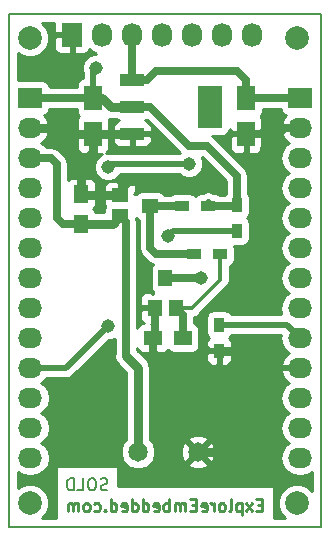
<source format=gbr>
G04 #@! TF.FileFunction,Copper,L2,Bot,Signal*
%FSLAX46Y46*%
G04 Gerber Fmt 4.6, Leading zero omitted, Abs format (unit mm)*
G04 Created by KiCad (PCBNEW (2015-01-16 BZR 5376)-product) date 7/15/2015 11:03:25 AM*
%MOMM*%
G01*
G04 APERTURE LIST*
%ADD10C,0.100000*%
%ADD11C,0.254000*%
%ADD12C,0.200000*%
%ADD13C,2.000000*%
%ADD14R,1.250000X1.500000*%
%ADD15R,1.500000X1.250000*%
%ADD16R,1.501140X2.148840*%
%ADD17R,2.032000X1.727200*%
%ADD18O,2.032000X1.727200*%
%ADD19R,1.422400X1.168400*%
%ADD20R,1.168400X1.422400*%
%ADD21R,1.200000X0.900000*%
%ADD22R,0.900000X1.200000*%
%ADD23C,1.651000*%
%ADD24R,2.032000X3.657600*%
%ADD25R,2.032000X1.016000*%
%ADD26R,1.727200X2.032000*%
%ADD27O,1.727200X2.032000*%
%ADD28C,1.143000*%
%ADD29C,0.762000*%
%ADD30C,0.350000*%
%ADD31C,0.635000*%
%ADD32C,0.508000*%
%ADD33C,0.381000*%
G04 APERTURE END LIST*
D10*
D11*
X133954761Y-82731429D02*
X133616095Y-82731429D01*
X133470952Y-83263619D02*
X133954761Y-83263619D01*
X133954761Y-82247619D01*
X133470952Y-82247619D01*
X133132285Y-83263619D02*
X132600095Y-82586286D01*
X133132285Y-82586286D02*
X132600095Y-83263619D01*
X132213047Y-82586286D02*
X132213047Y-83602286D01*
X132213047Y-82634667D02*
X132116285Y-82586286D01*
X131922762Y-82586286D01*
X131826000Y-82634667D01*
X131777619Y-82683048D01*
X131729238Y-82779810D01*
X131729238Y-83070095D01*
X131777619Y-83166857D01*
X131826000Y-83215238D01*
X131922762Y-83263619D01*
X132116285Y-83263619D01*
X132213047Y-83215238D01*
X131148666Y-83263619D02*
X131245428Y-83215238D01*
X131293809Y-83118476D01*
X131293809Y-82247619D01*
X130616476Y-83263619D02*
X130713238Y-83215238D01*
X130761619Y-83166857D01*
X130810000Y-83070095D01*
X130810000Y-82779810D01*
X130761619Y-82683048D01*
X130713238Y-82634667D01*
X130616476Y-82586286D01*
X130471334Y-82586286D01*
X130374572Y-82634667D01*
X130326191Y-82683048D01*
X130277810Y-82779810D01*
X130277810Y-83070095D01*
X130326191Y-83166857D01*
X130374572Y-83215238D01*
X130471334Y-83263619D01*
X130616476Y-83263619D01*
X129842381Y-83263619D02*
X129842381Y-82586286D01*
X129842381Y-82779810D02*
X129794000Y-82683048D01*
X129745619Y-82634667D01*
X129648857Y-82586286D01*
X129552096Y-82586286D01*
X128826382Y-83215238D02*
X128923144Y-83263619D01*
X129116667Y-83263619D01*
X129213429Y-83215238D01*
X129261810Y-83118476D01*
X129261810Y-82731429D01*
X129213429Y-82634667D01*
X129116667Y-82586286D01*
X128923144Y-82586286D01*
X128826382Y-82634667D01*
X128778001Y-82731429D01*
X128778001Y-82828190D01*
X129261810Y-82924952D01*
X128342572Y-82731429D02*
X128003906Y-82731429D01*
X127858763Y-83263619D02*
X128342572Y-83263619D01*
X128342572Y-82247619D01*
X127858763Y-82247619D01*
X127423334Y-83263619D02*
X127423334Y-82586286D01*
X127423334Y-82683048D02*
X127374953Y-82634667D01*
X127278191Y-82586286D01*
X127133049Y-82586286D01*
X127036287Y-82634667D01*
X126987906Y-82731429D01*
X126987906Y-83263619D01*
X126987906Y-82731429D02*
X126939525Y-82634667D01*
X126842763Y-82586286D01*
X126697620Y-82586286D01*
X126600858Y-82634667D01*
X126552477Y-82731429D01*
X126552477Y-83263619D01*
X126068667Y-83263619D02*
X126068667Y-82247619D01*
X126068667Y-82634667D02*
X125971905Y-82586286D01*
X125778382Y-82586286D01*
X125681620Y-82634667D01*
X125633239Y-82683048D01*
X125584858Y-82779810D01*
X125584858Y-83070095D01*
X125633239Y-83166857D01*
X125681620Y-83215238D01*
X125778382Y-83263619D01*
X125971905Y-83263619D01*
X126068667Y-83215238D01*
X124762382Y-83215238D02*
X124859144Y-83263619D01*
X125052667Y-83263619D01*
X125149429Y-83215238D01*
X125197810Y-83118476D01*
X125197810Y-82731429D01*
X125149429Y-82634667D01*
X125052667Y-82586286D01*
X124859144Y-82586286D01*
X124762382Y-82634667D01*
X124714001Y-82731429D01*
X124714001Y-82828190D01*
X125197810Y-82924952D01*
X123843144Y-83263619D02*
X123843144Y-82247619D01*
X123843144Y-83215238D02*
X123939906Y-83263619D01*
X124133429Y-83263619D01*
X124230191Y-83215238D01*
X124278572Y-83166857D01*
X124326953Y-83070095D01*
X124326953Y-82779810D01*
X124278572Y-82683048D01*
X124230191Y-82634667D01*
X124133429Y-82586286D01*
X123939906Y-82586286D01*
X123843144Y-82634667D01*
X122923906Y-83263619D02*
X122923906Y-82247619D01*
X122923906Y-83215238D02*
X123020668Y-83263619D01*
X123214191Y-83263619D01*
X123310953Y-83215238D01*
X123359334Y-83166857D01*
X123407715Y-83070095D01*
X123407715Y-82779810D01*
X123359334Y-82683048D01*
X123310953Y-82634667D01*
X123214191Y-82586286D01*
X123020668Y-82586286D01*
X122923906Y-82634667D01*
X122053049Y-83215238D02*
X122149811Y-83263619D01*
X122343334Y-83263619D01*
X122440096Y-83215238D01*
X122488477Y-83118476D01*
X122488477Y-82731429D01*
X122440096Y-82634667D01*
X122343334Y-82586286D01*
X122149811Y-82586286D01*
X122053049Y-82634667D01*
X122004668Y-82731429D01*
X122004668Y-82828190D01*
X122488477Y-82924952D01*
X121133811Y-83263619D02*
X121133811Y-82247619D01*
X121133811Y-83215238D02*
X121230573Y-83263619D01*
X121424096Y-83263619D01*
X121520858Y-83215238D01*
X121569239Y-83166857D01*
X121617620Y-83070095D01*
X121617620Y-82779810D01*
X121569239Y-82683048D01*
X121520858Y-82634667D01*
X121424096Y-82586286D01*
X121230573Y-82586286D01*
X121133811Y-82634667D01*
X120650001Y-83166857D02*
X120601620Y-83215238D01*
X120650001Y-83263619D01*
X120698382Y-83215238D01*
X120650001Y-83166857D01*
X120650001Y-83263619D01*
X119730763Y-83215238D02*
X119827525Y-83263619D01*
X120021048Y-83263619D01*
X120117810Y-83215238D01*
X120166191Y-83166857D01*
X120214572Y-83070095D01*
X120214572Y-82779810D01*
X120166191Y-82683048D01*
X120117810Y-82634667D01*
X120021048Y-82586286D01*
X119827525Y-82586286D01*
X119730763Y-82634667D01*
X119150191Y-83263619D02*
X119246953Y-83215238D01*
X119295334Y-83166857D01*
X119343715Y-83070095D01*
X119343715Y-82779810D01*
X119295334Y-82683048D01*
X119246953Y-82634667D01*
X119150191Y-82586286D01*
X119005049Y-82586286D01*
X118908287Y-82634667D01*
X118859906Y-82683048D01*
X118811525Y-82779810D01*
X118811525Y-83070095D01*
X118859906Y-83166857D01*
X118908287Y-83215238D01*
X119005049Y-83263619D01*
X119150191Y-83263619D01*
X118376096Y-83263619D02*
X118376096Y-82586286D01*
X118376096Y-82683048D02*
X118327715Y-82634667D01*
X118230953Y-82586286D01*
X118085811Y-82586286D01*
X117989049Y-82634667D01*
X117940668Y-82731429D01*
X117940668Y-83263619D01*
X117940668Y-82731429D02*
X117892287Y-82634667D01*
X117795525Y-82586286D01*
X117650382Y-82586286D01*
X117553620Y-82634667D01*
X117505239Y-82731429D01*
X117505239Y-83263619D01*
D12*
X138938000Y-84582000D02*
X138938000Y-81280000D01*
X112522000Y-84582000D02*
X138938000Y-84582000D01*
X112522000Y-81280000D02*
X112522000Y-84582000D01*
X120840286Y-81430762D02*
X120697429Y-81478381D01*
X120459333Y-81478381D01*
X120364095Y-81430762D01*
X120316476Y-81383143D01*
X120268857Y-81287905D01*
X120268857Y-81192667D01*
X120316476Y-81097429D01*
X120364095Y-81049810D01*
X120459333Y-81002190D01*
X120649810Y-80954571D01*
X120745048Y-80906952D01*
X120792667Y-80859333D01*
X120840286Y-80764095D01*
X120840286Y-80668857D01*
X120792667Y-80573619D01*
X120745048Y-80526000D01*
X120649810Y-80478381D01*
X120411714Y-80478381D01*
X120268857Y-80526000D01*
X119649810Y-80478381D02*
X119459333Y-80478381D01*
X119364095Y-80526000D01*
X119268857Y-80621238D01*
X119221238Y-80811714D01*
X119221238Y-81145048D01*
X119268857Y-81335524D01*
X119364095Y-81430762D01*
X119459333Y-81478381D01*
X119649810Y-81478381D01*
X119745048Y-81430762D01*
X119840286Y-81335524D01*
X119887905Y-81145048D01*
X119887905Y-80811714D01*
X119840286Y-80621238D01*
X119745048Y-80526000D01*
X119649810Y-80478381D01*
X118316476Y-81478381D02*
X118792667Y-81478381D01*
X118792667Y-80478381D01*
X117983143Y-81478381D02*
X117983143Y-80478381D01*
X117745048Y-80478381D01*
X117602190Y-80526000D01*
X117506952Y-80621238D01*
X117459333Y-80716476D01*
X117411714Y-80906952D01*
X117411714Y-81049810D01*
X117459333Y-81240286D01*
X117506952Y-81335524D01*
X117602190Y-81430762D01*
X117745048Y-81478381D01*
X117983143Y-81478381D01*
X138938000Y-41148000D02*
X112522000Y-41148000D01*
X138938000Y-81280000D02*
X138938000Y-41148000D01*
X112522000Y-41148000D02*
X112522000Y-81280000D01*
D13*
X136906000Y-43180000D03*
X114300000Y-43180000D03*
X114300000Y-82550000D03*
X136906000Y-82550000D03*
D14*
X118618000Y-58908000D03*
X118618000Y-56408000D03*
D15*
X127234000Y-68580000D03*
X124734000Y-68580000D03*
D16*
X132588000Y-51285140D03*
X132588000Y-48282860D03*
X119634000Y-51285140D03*
X119634000Y-48282860D03*
D17*
X137160000Y-48260000D03*
D18*
X137160000Y-50800000D03*
X137160000Y-53340000D03*
X137160000Y-55880000D03*
X137160000Y-58420000D03*
X137160000Y-60960000D03*
X137160000Y-63500000D03*
X137160000Y-66040000D03*
X137160000Y-68580000D03*
X137160000Y-71120000D03*
X137160000Y-73660000D03*
X137160000Y-76200000D03*
X137160000Y-78740000D03*
D17*
X114300000Y-48260000D03*
D18*
X114300000Y-50800000D03*
X114300000Y-53340000D03*
X114300000Y-55880000D03*
X114300000Y-58420000D03*
X114300000Y-60960000D03*
X114300000Y-63500000D03*
X114300000Y-66040000D03*
X114300000Y-68580000D03*
X114300000Y-71120000D03*
X114300000Y-73660000D03*
X114300000Y-76200000D03*
X114300000Y-78740000D03*
D19*
X121920000Y-56515000D03*
X121920000Y-58293000D03*
X124460000Y-57404000D03*
D20*
X124841000Y-66040000D03*
X126619000Y-66040000D03*
X125730000Y-63500000D03*
D21*
X129370000Y-57404000D03*
X127170000Y-57404000D03*
X130386000Y-61468000D03*
X128186000Y-61468000D03*
D22*
X130302000Y-69680000D03*
X130302000Y-67480000D03*
X131826000Y-57320000D03*
X131826000Y-59520000D03*
D23*
X128524000Y-78232000D03*
X123444000Y-78232000D03*
D24*
X129540000Y-49022000D03*
D25*
X122936000Y-49022000D03*
X122936000Y-46736000D03*
X122936000Y-51308000D03*
D26*
X117856000Y-42926000D03*
D27*
X120396000Y-42926000D03*
X122936000Y-42926000D03*
X125476000Y-42926000D03*
X128016000Y-42926000D03*
X130556000Y-42926000D03*
X133096000Y-42926000D03*
D28*
X134112000Y-72390000D03*
X129540000Y-54864000D03*
X120904000Y-67564000D03*
X119888000Y-45720000D03*
X125984000Y-59944000D03*
X128778000Y-63500000D03*
X120904000Y-54102000D03*
X127762000Y-53848000D03*
D29*
X122936000Y-51308000D02*
X119656860Y-51308000D01*
D30*
X119656860Y-51308000D02*
X119634000Y-51285140D01*
D29*
X116332000Y-50800000D02*
X114300000Y-50800000D01*
D30*
X116817140Y-51285140D02*
X116332000Y-50800000D01*
X130302000Y-69680000D02*
X132926000Y-69680000D01*
X121813000Y-56408000D02*
X121920000Y-56515000D01*
X118618000Y-56408000D02*
X121813000Y-56408000D01*
X124841000Y-68473000D02*
X124734000Y-68580000D01*
D31*
X124841000Y-66040000D02*
X124841000Y-68473000D01*
D30*
X129624000Y-69680000D02*
X128778000Y-68834000D01*
X128778000Y-68834000D02*
X128778000Y-66480084D01*
X128778000Y-66480084D02*
X131250084Y-64008000D01*
X131250084Y-64008000D02*
X133096000Y-64008000D01*
X133096000Y-64008000D02*
X133350000Y-63754000D01*
D32*
X130302000Y-69680000D02*
X129624000Y-69680000D01*
D33*
X121920000Y-56134000D02*
X121920000Y-56515000D01*
D31*
X129540000Y-54864000D02*
X129032000Y-55372000D01*
X129032000Y-55372000D02*
X122682000Y-55372000D01*
X122682000Y-55372000D02*
X121920000Y-56134000D01*
D29*
X116332000Y-50800000D02*
X114300000Y-50800000D01*
X116817140Y-51285140D02*
X116332000Y-50800000D01*
X119634000Y-51285140D02*
X116817140Y-51285140D01*
X118618000Y-53848000D02*
X119634000Y-52832000D01*
X119634000Y-52832000D02*
X119634000Y-51285140D01*
X118618000Y-56408000D02*
X118618000Y-53848000D01*
X118725000Y-56515000D02*
X118618000Y-56408000D01*
X121920000Y-56515000D02*
X118725000Y-56515000D01*
X132926000Y-69680000D02*
X130302000Y-69680000D01*
X134112000Y-70866000D02*
X132926000Y-69680000D01*
X134112000Y-72390000D02*
X134112000Y-70866000D01*
D31*
X124734000Y-70378000D02*
X126746000Y-72390000D01*
X126746000Y-72390000D02*
X134112000Y-72390000D01*
X124734000Y-68580000D02*
X124734000Y-70378000D01*
X134366000Y-50800000D02*
X133880860Y-51285140D01*
X133880860Y-51285140D02*
X132588000Y-51285140D01*
X137160000Y-50800000D02*
X134366000Y-50800000D01*
X135890000Y-50800000D02*
X134112000Y-52578000D01*
X134112000Y-52578000D02*
X134112000Y-62992000D01*
X134112000Y-62992000D02*
X133350000Y-63754000D01*
X137160000Y-50800000D02*
X135890000Y-50800000D01*
D29*
X132334000Y-78232000D02*
X133350000Y-77216000D01*
X134112000Y-76454000D02*
X134112000Y-72390000D01*
X133350000Y-77216000D02*
X134112000Y-76454000D01*
X128524000Y-78232000D02*
X132334000Y-78232000D01*
D30*
X130386000Y-63670000D02*
X130386000Y-61468000D01*
X128016000Y-66040000D02*
X130386000Y-63670000D01*
X126619000Y-66040000D02*
X128016000Y-66040000D01*
D31*
X127234000Y-66655000D02*
X126619000Y-66040000D01*
X127234000Y-68580000D02*
X127234000Y-66655000D01*
D30*
X132588000Y-48282860D02*
X137137140Y-48282860D01*
X137137140Y-48282860D02*
X137160000Y-48260000D01*
D31*
X122936000Y-42926000D02*
X122936000Y-46736000D01*
X124206000Y-46736000D02*
X124968000Y-45974000D01*
X124968000Y-45974000D02*
X131826000Y-45974000D01*
X131826000Y-45974000D02*
X132588000Y-46736000D01*
X132588000Y-46736000D02*
X132588000Y-48282860D01*
X122936000Y-46736000D02*
X124206000Y-46736000D01*
X132610860Y-48260000D02*
X132588000Y-48282860D01*
X137160000Y-48260000D02*
X132610860Y-48260000D01*
D30*
X114322860Y-48282860D02*
X114300000Y-48260000D01*
X114322860Y-48282860D02*
X114300000Y-48260000D01*
X131742000Y-57404000D02*
X131826000Y-57320000D01*
D31*
X129370000Y-57404000D02*
X131742000Y-57404000D01*
D33*
X124460000Y-49022000D02*
X122936000Y-49022000D01*
X129370000Y-57404000D02*
X129370000Y-56980000D01*
D31*
X124460000Y-49022000D02*
X122936000Y-49022000D01*
X131826000Y-54864000D02*
X129286000Y-52324000D01*
X129286000Y-52324000D02*
X127762000Y-52324000D01*
X127762000Y-52324000D02*
X124460000Y-49022000D01*
X131826000Y-57320000D02*
X131826000Y-54864000D01*
D29*
X120418860Y-48282860D02*
X119634000Y-48282860D01*
X121158000Y-49022000D02*
X120418860Y-48282860D01*
X122936000Y-49022000D02*
X121158000Y-49022000D01*
D32*
X117348000Y-71120000D02*
X120904000Y-67564000D01*
X119888000Y-45720000D02*
X119634000Y-45974000D01*
X119634000Y-45974000D02*
X119634000Y-48282860D01*
X114300000Y-71120000D02*
X117348000Y-71120000D01*
X114322860Y-48282860D02*
X114300000Y-48260000D01*
D31*
X114322860Y-48282860D02*
X114300000Y-48260000D01*
X119634000Y-48282860D02*
X114322860Y-48282860D01*
D32*
X130302000Y-67480000D02*
X136060000Y-67480000D01*
X136060000Y-67480000D02*
X137160000Y-68580000D01*
X126408000Y-59520000D02*
X125984000Y-59944000D01*
X131826000Y-59520000D02*
X126408000Y-59520000D01*
D31*
X125730000Y-63500000D02*
X128778000Y-63500000D01*
X124968000Y-61468000D02*
X124460000Y-60960000D01*
X124460000Y-60960000D02*
X124460000Y-57404000D01*
X128186000Y-61468000D02*
X124968000Y-61468000D01*
X125476000Y-57404000D02*
X124460000Y-57404000D01*
X127170000Y-57404000D02*
X125476000Y-57404000D01*
X116078000Y-53340000D02*
X114300000Y-53340000D01*
X116586000Y-53848000D02*
X116078000Y-53340000D01*
X116586000Y-58420000D02*
X116586000Y-53848000D01*
X117074000Y-58908000D02*
X116586000Y-58420000D01*
X118618000Y-58908000D02*
X117074000Y-58908000D01*
D29*
X121305000Y-58908000D02*
X121920000Y-58293000D01*
X118618000Y-58908000D02*
X121305000Y-58908000D01*
X122174000Y-58547000D02*
X121920000Y-58293000D01*
D31*
X122428000Y-58801000D02*
X121920000Y-58293000D01*
X123444000Y-71120000D02*
X122428000Y-70104000D01*
X122428000Y-70104000D02*
X122428000Y-58801000D01*
D32*
X121158000Y-53848000D02*
X120904000Y-54102000D01*
X127762000Y-53848000D02*
X121158000Y-53848000D01*
D29*
X123444000Y-71120000D02*
X122428000Y-70104000D01*
X123444000Y-78232000D02*
X123444000Y-71120000D01*
D11*
G36*
X119914267Y-44513522D02*
X119649065Y-44513291D01*
X119205465Y-44696582D01*
X118865775Y-45035680D01*
X118681710Y-45478959D01*
X118681291Y-45958935D01*
X118745000Y-46113123D01*
X118745000Y-46587858D01*
X118641307Y-46607977D01*
X118428503Y-46747767D01*
X118286053Y-46958800D01*
X118235990Y-47208440D01*
X118235990Y-47330360D01*
X117729000Y-47330360D01*
X117729000Y-44418250D01*
X117729000Y-43053000D01*
X116516150Y-43053000D01*
X116357400Y-43211750D01*
X116357400Y-44068309D01*
X116454073Y-44301698D01*
X116632701Y-44480327D01*
X116866090Y-44577000D01*
X117118709Y-44577000D01*
X117570250Y-44577000D01*
X117729000Y-44418250D01*
X117729000Y-47330360D01*
X115950626Y-47330360D01*
X115916463Y-47154277D01*
X115776673Y-46941473D01*
X115565640Y-46799023D01*
X115316000Y-46748960D01*
X113284000Y-46748960D01*
X113257000Y-46754198D01*
X113257000Y-44449438D01*
X113372637Y-44565278D01*
X113973352Y-44814716D01*
X114623795Y-44815284D01*
X115224943Y-44566894D01*
X115685278Y-44107363D01*
X115934716Y-43506648D01*
X115935284Y-42856205D01*
X115686894Y-42255057D01*
X115315486Y-41883000D01*
X116357400Y-41883000D01*
X116357400Y-42640250D01*
X116516150Y-42799000D01*
X117729000Y-42799000D01*
X117729000Y-42779000D01*
X117983000Y-42779000D01*
X117983000Y-42799000D01*
X118003000Y-42799000D01*
X118003000Y-43053000D01*
X117983000Y-43053000D01*
X117983000Y-44418250D01*
X118141750Y-44577000D01*
X118593291Y-44577000D01*
X118845910Y-44577000D01*
X119079299Y-44480327D01*
X119257927Y-44301698D01*
X119321499Y-44148219D01*
X119336330Y-44170415D01*
X119822511Y-44495271D01*
X119914267Y-44513522D01*
X119914267Y-44513522D01*
G37*
X119914267Y-44513522D02*
X119649065Y-44513291D01*
X119205465Y-44696582D01*
X118865775Y-45035680D01*
X118681710Y-45478959D01*
X118681291Y-45958935D01*
X118745000Y-46113123D01*
X118745000Y-46587858D01*
X118641307Y-46607977D01*
X118428503Y-46747767D01*
X118286053Y-46958800D01*
X118235990Y-47208440D01*
X118235990Y-47330360D01*
X117729000Y-47330360D01*
X117729000Y-44418250D01*
X117729000Y-43053000D01*
X116516150Y-43053000D01*
X116357400Y-43211750D01*
X116357400Y-44068309D01*
X116454073Y-44301698D01*
X116632701Y-44480327D01*
X116866090Y-44577000D01*
X117118709Y-44577000D01*
X117570250Y-44577000D01*
X117729000Y-44418250D01*
X117729000Y-47330360D01*
X115950626Y-47330360D01*
X115916463Y-47154277D01*
X115776673Y-46941473D01*
X115565640Y-46799023D01*
X115316000Y-46748960D01*
X113284000Y-46748960D01*
X113257000Y-46754198D01*
X113257000Y-44449438D01*
X113372637Y-44565278D01*
X113973352Y-44814716D01*
X114623795Y-44815284D01*
X115224943Y-44566894D01*
X115685278Y-44107363D01*
X115934716Y-43506648D01*
X115935284Y-42856205D01*
X115686894Y-42255057D01*
X115315486Y-41883000D01*
X116357400Y-41883000D01*
X116357400Y-42640250D01*
X116516150Y-42799000D01*
X117729000Y-42799000D01*
X117729000Y-42779000D01*
X117983000Y-42779000D01*
X117983000Y-42799000D01*
X118003000Y-42799000D01*
X118003000Y-43053000D01*
X117983000Y-43053000D01*
X117983000Y-44418250D01*
X118141750Y-44577000D01*
X118593291Y-44577000D01*
X118845910Y-44577000D01*
X119079299Y-44480327D01*
X119257927Y-44301698D01*
X119321499Y-44148219D01*
X119336330Y-44170415D01*
X119822511Y-44495271D01*
X119914267Y-44513522D01*
G36*
X130873500Y-56329804D02*
X130791353Y-56451500D01*
X130360195Y-56451500D01*
X130219640Y-56356623D01*
X129970000Y-56306560D01*
X129819436Y-56306560D01*
X129685905Y-56217337D01*
X129370000Y-56154500D01*
X129054095Y-56217337D01*
X128920563Y-56306560D01*
X128770000Y-56306560D01*
X128527877Y-56353537D01*
X128315073Y-56493327D01*
X128270386Y-56559528D01*
X128230673Y-56499073D01*
X128019640Y-56356623D01*
X127770000Y-56306560D01*
X126570000Y-56306560D01*
X126327877Y-56353537D01*
X126178746Y-56451500D01*
X125688777Y-56451500D01*
X125631873Y-56364873D01*
X125420840Y-56222423D01*
X125171200Y-56172360D01*
X123748800Y-56172360D01*
X123506677Y-56219337D01*
X123293873Y-56359127D01*
X123266200Y-56400123D01*
X123266200Y-56387998D01*
X123107452Y-56387998D01*
X123266200Y-56229250D01*
X123266200Y-55804491D01*
X123169527Y-55571102D01*
X122990899Y-55392473D01*
X122757510Y-55295800D01*
X122504891Y-55295800D01*
X122205750Y-55295800D01*
X122047000Y-55454550D01*
X122047000Y-56388000D01*
X122067000Y-56388000D01*
X122067000Y-56642000D01*
X122047000Y-56642000D01*
X122047000Y-56662000D01*
X121793000Y-56662000D01*
X121793000Y-56642000D01*
X120732550Y-56642000D01*
X120573800Y-56800750D01*
X120573800Y-57225509D01*
X120648084Y-57404847D01*
X120611423Y-57459160D01*
X120561360Y-57708800D01*
X120561360Y-57892000D01*
X119827778Y-57892000D01*
X119703673Y-57703073D01*
X119639362Y-57659662D01*
X119781327Y-57517698D01*
X119878000Y-57284309D01*
X119878000Y-56693750D01*
X119878000Y-56122250D01*
X119878000Y-55531691D01*
X119781327Y-55298302D01*
X119602699Y-55119673D01*
X119507000Y-55080033D01*
X119507000Y-52835810D01*
X119507000Y-51412140D01*
X118407180Y-51412140D01*
X118248430Y-51570890D01*
X118248430Y-52485869D01*
X118345103Y-52719258D01*
X118523731Y-52897887D01*
X118757120Y-52994560D01*
X119009739Y-52994560D01*
X119348250Y-52994560D01*
X119507000Y-52835810D01*
X119507000Y-55080033D01*
X119369310Y-55023000D01*
X119116691Y-55023000D01*
X118903750Y-55023000D01*
X118745000Y-55181750D01*
X118745000Y-56281000D01*
X119719250Y-56281000D01*
X119878000Y-56122250D01*
X119878000Y-56693750D01*
X119719250Y-56535000D01*
X118745000Y-56535000D01*
X118745000Y-56555000D01*
X118491000Y-56555000D01*
X118491000Y-56535000D01*
X118471000Y-56535000D01*
X118471000Y-56281000D01*
X118491000Y-56281000D01*
X118491000Y-55181750D01*
X118332250Y-55023000D01*
X118119309Y-55023000D01*
X117866690Y-55023000D01*
X117633301Y-55119673D01*
X117538500Y-55214474D01*
X117538500Y-53848000D01*
X117465995Y-53483494D01*
X117259519Y-53174481D01*
X117259519Y-53174480D01*
X116751519Y-52666481D01*
X116442506Y-52460005D01*
X116078000Y-52387500D01*
X115616023Y-52387500D01*
X115544415Y-52280330D01*
X115234930Y-52073539D01*
X115650732Y-51702036D01*
X115904709Y-51174791D01*
X115907358Y-51159026D01*
X115786217Y-50927000D01*
X114427000Y-50927000D01*
X114427000Y-50947000D01*
X114173000Y-50947000D01*
X114173000Y-50927000D01*
X114153000Y-50927000D01*
X114153000Y-50673000D01*
X114173000Y-50673000D01*
X114173000Y-50653000D01*
X114427000Y-50653000D01*
X114427000Y-50673000D01*
X115786217Y-50673000D01*
X115907358Y-50440974D01*
X115904709Y-50425209D01*
X115650732Y-49897964D01*
X115474298Y-49740326D01*
X115558123Y-49724063D01*
X115770927Y-49584273D01*
X115913377Y-49373240D01*
X115941027Y-49235360D01*
X118235990Y-49235360D01*
X118235990Y-49357280D01*
X118282967Y-49599403D01*
X118407358Y-49788765D01*
X118345103Y-49851022D01*
X118248430Y-50084411D01*
X118248430Y-50999390D01*
X118407180Y-51158140D01*
X119507000Y-51158140D01*
X119507000Y-51138140D01*
X119761000Y-51138140D01*
X119761000Y-51158140D01*
X120860820Y-51158140D01*
X121019570Y-50999390D01*
X121019570Y-50084411D01*
X120986190Y-50003825D01*
X121158000Y-50038000D01*
X121537952Y-50038000D01*
X121670360Y-50127377D01*
X121857967Y-50165000D01*
X121793690Y-50165000D01*
X121560301Y-50261673D01*
X121381673Y-50440302D01*
X121285000Y-50673691D01*
X121285000Y-51022250D01*
X121443750Y-51181000D01*
X122809000Y-51181000D01*
X122809000Y-51161000D01*
X123063000Y-51161000D01*
X123063000Y-51181000D01*
X124428250Y-51181000D01*
X124587000Y-51022250D01*
X124587000Y-50673691D01*
X124490327Y-50440302D01*
X124311699Y-50261673D01*
X124078310Y-50165000D01*
X124016116Y-50165000D01*
X124194123Y-50130463D01*
X124210600Y-50119638D01*
X126997433Y-52906471D01*
X126944812Y-52959000D01*
X124587000Y-52959000D01*
X124587000Y-51942309D01*
X124587000Y-51593750D01*
X124428250Y-51435000D01*
X123063000Y-51435000D01*
X123063000Y-52292250D01*
X123221750Y-52451000D01*
X123825691Y-52451000D01*
X124078310Y-52451000D01*
X124311699Y-52354327D01*
X124490327Y-52175698D01*
X124587000Y-51942309D01*
X124587000Y-52959000D01*
X122809000Y-52959000D01*
X122809000Y-52292250D01*
X122809000Y-51435000D01*
X121443750Y-51435000D01*
X121285000Y-51593750D01*
X121285000Y-51942309D01*
X121381673Y-52175698D01*
X121560301Y-52354327D01*
X121793690Y-52451000D01*
X122046309Y-52451000D01*
X122650250Y-52451000D01*
X122809000Y-52292250D01*
X122809000Y-52959000D01*
X121297460Y-52959000D01*
X121145041Y-52895710D01*
X120746793Y-52895362D01*
X120922897Y-52719258D01*
X121019570Y-52485869D01*
X121019570Y-51570890D01*
X120860820Y-51412140D01*
X119761000Y-51412140D01*
X119761000Y-52835810D01*
X119919750Y-52994560D01*
X120258261Y-52994560D01*
X120424814Y-52994560D01*
X120221465Y-53078582D01*
X119881775Y-53417680D01*
X119697710Y-53860959D01*
X119697291Y-54340935D01*
X119880582Y-54784535D01*
X120219680Y-55124225D01*
X120662959Y-55308290D01*
X121051517Y-55308629D01*
X120849101Y-55392473D01*
X120670473Y-55571102D01*
X120573800Y-55804491D01*
X120573800Y-56229250D01*
X120732550Y-56388000D01*
X121793000Y-56388000D01*
X121793000Y-55454550D01*
X121634250Y-55295800D01*
X121335109Y-55295800D01*
X121174177Y-55295800D01*
X121586535Y-55125418D01*
X121926225Y-54786320D01*
X121946704Y-54737000D01*
X126944687Y-54737000D01*
X127077680Y-54870225D01*
X127520959Y-55054290D01*
X128000935Y-55054709D01*
X128444535Y-54871418D01*
X128784225Y-54532320D01*
X128968290Y-54089041D01*
X128968709Y-53609065D01*
X128831296Y-53276500D01*
X128891461Y-53276500D01*
X130873500Y-55258538D01*
X130873500Y-56329804D01*
X130873500Y-56329804D01*
G37*
X130873500Y-56329804D02*
X130791353Y-56451500D01*
X130360195Y-56451500D01*
X130219640Y-56356623D01*
X129970000Y-56306560D01*
X129819436Y-56306560D01*
X129685905Y-56217337D01*
X129370000Y-56154500D01*
X129054095Y-56217337D01*
X128920563Y-56306560D01*
X128770000Y-56306560D01*
X128527877Y-56353537D01*
X128315073Y-56493327D01*
X128270386Y-56559528D01*
X128230673Y-56499073D01*
X128019640Y-56356623D01*
X127770000Y-56306560D01*
X126570000Y-56306560D01*
X126327877Y-56353537D01*
X126178746Y-56451500D01*
X125688777Y-56451500D01*
X125631873Y-56364873D01*
X125420840Y-56222423D01*
X125171200Y-56172360D01*
X123748800Y-56172360D01*
X123506677Y-56219337D01*
X123293873Y-56359127D01*
X123266200Y-56400123D01*
X123266200Y-56387998D01*
X123107452Y-56387998D01*
X123266200Y-56229250D01*
X123266200Y-55804491D01*
X123169527Y-55571102D01*
X122990899Y-55392473D01*
X122757510Y-55295800D01*
X122504891Y-55295800D01*
X122205750Y-55295800D01*
X122047000Y-55454550D01*
X122047000Y-56388000D01*
X122067000Y-56388000D01*
X122067000Y-56642000D01*
X122047000Y-56642000D01*
X122047000Y-56662000D01*
X121793000Y-56662000D01*
X121793000Y-56642000D01*
X120732550Y-56642000D01*
X120573800Y-56800750D01*
X120573800Y-57225509D01*
X120648084Y-57404847D01*
X120611423Y-57459160D01*
X120561360Y-57708800D01*
X120561360Y-57892000D01*
X119827778Y-57892000D01*
X119703673Y-57703073D01*
X119639362Y-57659662D01*
X119781327Y-57517698D01*
X119878000Y-57284309D01*
X119878000Y-56693750D01*
X119878000Y-56122250D01*
X119878000Y-55531691D01*
X119781327Y-55298302D01*
X119602699Y-55119673D01*
X119507000Y-55080033D01*
X119507000Y-52835810D01*
X119507000Y-51412140D01*
X118407180Y-51412140D01*
X118248430Y-51570890D01*
X118248430Y-52485869D01*
X118345103Y-52719258D01*
X118523731Y-52897887D01*
X118757120Y-52994560D01*
X119009739Y-52994560D01*
X119348250Y-52994560D01*
X119507000Y-52835810D01*
X119507000Y-55080033D01*
X119369310Y-55023000D01*
X119116691Y-55023000D01*
X118903750Y-55023000D01*
X118745000Y-55181750D01*
X118745000Y-56281000D01*
X119719250Y-56281000D01*
X119878000Y-56122250D01*
X119878000Y-56693750D01*
X119719250Y-56535000D01*
X118745000Y-56535000D01*
X118745000Y-56555000D01*
X118491000Y-56555000D01*
X118491000Y-56535000D01*
X118471000Y-56535000D01*
X118471000Y-56281000D01*
X118491000Y-56281000D01*
X118491000Y-55181750D01*
X118332250Y-55023000D01*
X118119309Y-55023000D01*
X117866690Y-55023000D01*
X117633301Y-55119673D01*
X117538500Y-55214474D01*
X117538500Y-53848000D01*
X117465995Y-53483494D01*
X117259519Y-53174481D01*
X117259519Y-53174480D01*
X116751519Y-52666481D01*
X116442506Y-52460005D01*
X116078000Y-52387500D01*
X115616023Y-52387500D01*
X115544415Y-52280330D01*
X115234930Y-52073539D01*
X115650732Y-51702036D01*
X115904709Y-51174791D01*
X115907358Y-51159026D01*
X115786217Y-50927000D01*
X114427000Y-50927000D01*
X114427000Y-50947000D01*
X114173000Y-50947000D01*
X114173000Y-50927000D01*
X114153000Y-50927000D01*
X114153000Y-50673000D01*
X114173000Y-50673000D01*
X114173000Y-50653000D01*
X114427000Y-50653000D01*
X114427000Y-50673000D01*
X115786217Y-50673000D01*
X115907358Y-50440974D01*
X115904709Y-50425209D01*
X115650732Y-49897964D01*
X115474298Y-49740326D01*
X115558123Y-49724063D01*
X115770927Y-49584273D01*
X115913377Y-49373240D01*
X115941027Y-49235360D01*
X118235990Y-49235360D01*
X118235990Y-49357280D01*
X118282967Y-49599403D01*
X118407358Y-49788765D01*
X118345103Y-49851022D01*
X118248430Y-50084411D01*
X118248430Y-50999390D01*
X118407180Y-51158140D01*
X119507000Y-51158140D01*
X119507000Y-51138140D01*
X119761000Y-51138140D01*
X119761000Y-51158140D01*
X120860820Y-51158140D01*
X121019570Y-50999390D01*
X121019570Y-50084411D01*
X120986190Y-50003825D01*
X121158000Y-50038000D01*
X121537952Y-50038000D01*
X121670360Y-50127377D01*
X121857967Y-50165000D01*
X121793690Y-50165000D01*
X121560301Y-50261673D01*
X121381673Y-50440302D01*
X121285000Y-50673691D01*
X121285000Y-51022250D01*
X121443750Y-51181000D01*
X122809000Y-51181000D01*
X122809000Y-51161000D01*
X123063000Y-51161000D01*
X123063000Y-51181000D01*
X124428250Y-51181000D01*
X124587000Y-51022250D01*
X124587000Y-50673691D01*
X124490327Y-50440302D01*
X124311699Y-50261673D01*
X124078310Y-50165000D01*
X124016116Y-50165000D01*
X124194123Y-50130463D01*
X124210600Y-50119638D01*
X126997433Y-52906471D01*
X126944812Y-52959000D01*
X124587000Y-52959000D01*
X124587000Y-51942309D01*
X124587000Y-51593750D01*
X124428250Y-51435000D01*
X123063000Y-51435000D01*
X123063000Y-52292250D01*
X123221750Y-52451000D01*
X123825691Y-52451000D01*
X124078310Y-52451000D01*
X124311699Y-52354327D01*
X124490327Y-52175698D01*
X124587000Y-51942309D01*
X124587000Y-52959000D01*
X122809000Y-52959000D01*
X122809000Y-52292250D01*
X122809000Y-51435000D01*
X121443750Y-51435000D01*
X121285000Y-51593750D01*
X121285000Y-51942309D01*
X121381673Y-52175698D01*
X121560301Y-52354327D01*
X121793690Y-52451000D01*
X122046309Y-52451000D01*
X122650250Y-52451000D01*
X122809000Y-52292250D01*
X122809000Y-52959000D01*
X121297460Y-52959000D01*
X121145041Y-52895710D01*
X120746793Y-52895362D01*
X120922897Y-52719258D01*
X121019570Y-52485869D01*
X121019570Y-51570890D01*
X120860820Y-51412140D01*
X119761000Y-51412140D01*
X119761000Y-52835810D01*
X119919750Y-52994560D01*
X120258261Y-52994560D01*
X120424814Y-52994560D01*
X120221465Y-53078582D01*
X119881775Y-53417680D01*
X119697710Y-53860959D01*
X119697291Y-54340935D01*
X119880582Y-54784535D01*
X120219680Y-55124225D01*
X120662959Y-55308290D01*
X121051517Y-55308629D01*
X120849101Y-55392473D01*
X120670473Y-55571102D01*
X120573800Y-55804491D01*
X120573800Y-56229250D01*
X120732550Y-56388000D01*
X121793000Y-56388000D01*
X121793000Y-55454550D01*
X121634250Y-55295800D01*
X121335109Y-55295800D01*
X121174177Y-55295800D01*
X121586535Y-55125418D01*
X121926225Y-54786320D01*
X121946704Y-54737000D01*
X126944687Y-54737000D01*
X127077680Y-54870225D01*
X127520959Y-55054290D01*
X128000935Y-55054709D01*
X128444535Y-54871418D01*
X128784225Y-54532320D01*
X128968290Y-54089041D01*
X128968709Y-53609065D01*
X128831296Y-53276500D01*
X128891461Y-53276500D01*
X130873500Y-55258538D01*
X130873500Y-56329804D01*
G36*
X138203000Y-81535005D02*
X137833363Y-81164722D01*
X137232648Y-80915284D01*
X136582205Y-80914716D01*
X135981057Y-81163106D01*
X135520722Y-81622637D01*
X135271284Y-82223352D01*
X135270716Y-82873795D01*
X135519106Y-83474943D01*
X135890513Y-83847000D01*
X134958666Y-83847000D01*
X134958666Y-81076800D01*
X131387000Y-81076800D01*
X131387000Y-70406309D01*
X131387000Y-69965750D01*
X131228250Y-69807000D01*
X130429000Y-69807000D01*
X130429000Y-70756250D01*
X130587750Y-70915000D01*
X130625691Y-70915000D01*
X130878310Y-70915000D01*
X131111699Y-70818327D01*
X131290327Y-70639698D01*
X131387000Y-70406309D01*
X131387000Y-81076800D01*
X130175000Y-81076800D01*
X130175000Y-70756250D01*
X130175000Y-69807000D01*
X129375750Y-69807000D01*
X129217000Y-69965750D01*
X129217000Y-70406309D01*
X129313673Y-70639698D01*
X129492301Y-70818327D01*
X129725690Y-70915000D01*
X129978309Y-70915000D01*
X130016250Y-70915000D01*
X130175000Y-70756250D01*
X130175000Y-81076800D01*
X129996340Y-81076800D01*
X129996340Y-78454869D01*
X129969553Y-77874465D01*
X129798976Y-77462656D01*
X129550215Y-77385390D01*
X129370610Y-77564995D01*
X129370610Y-77205785D01*
X129293344Y-76957024D01*
X128746869Y-76759660D01*
X128166465Y-76786447D01*
X127754656Y-76957024D01*
X127677390Y-77205785D01*
X128524000Y-78052395D01*
X129370610Y-77205785D01*
X129370610Y-77564995D01*
X128703605Y-78232000D01*
X129550215Y-79078610D01*
X129798976Y-79001344D01*
X129996340Y-78454869D01*
X129996340Y-81076800D01*
X129370610Y-81076800D01*
X129370610Y-79258215D01*
X128524000Y-78411605D01*
X128344395Y-78591210D01*
X128344395Y-78232000D01*
X127497785Y-77385390D01*
X127249024Y-77462656D01*
X127051660Y-78009131D01*
X127078447Y-78589535D01*
X127249024Y-79001344D01*
X127497785Y-79078610D01*
X128344395Y-78232000D01*
X128344395Y-78591210D01*
X127677390Y-79258215D01*
X127754656Y-79506976D01*
X128301131Y-79704340D01*
X128881535Y-79677553D01*
X129293344Y-79506976D01*
X129370610Y-79258215D01*
X129370610Y-81076800D01*
X121765762Y-81076800D01*
X121765762Y-79391000D01*
X116486238Y-79391000D01*
X116486238Y-82461000D01*
X116501334Y-82461000D01*
X116501334Y-83847000D01*
X115314994Y-83847000D01*
X115685278Y-83477363D01*
X115934716Y-82876648D01*
X115935284Y-82226205D01*
X115686894Y-81625057D01*
X115227363Y-81164722D01*
X114626648Y-80915284D01*
X113976205Y-80914716D01*
X113375057Y-81163106D01*
X113257000Y-81280956D01*
X113257000Y-81280000D01*
X113257000Y-79934251D01*
X113541766Y-80124526D01*
X114115255Y-80238600D01*
X114484745Y-80238600D01*
X115058234Y-80124526D01*
X115544415Y-79799670D01*
X115869271Y-79313489D01*
X115983345Y-78740000D01*
X115869271Y-78166511D01*
X115544415Y-77680330D01*
X115229634Y-77470000D01*
X115544415Y-77259670D01*
X115869271Y-76773489D01*
X115983345Y-76200000D01*
X115869271Y-75626511D01*
X115544415Y-75140330D01*
X115229634Y-74930000D01*
X115544415Y-74719670D01*
X115869271Y-74233489D01*
X115983345Y-73660000D01*
X115869271Y-73086511D01*
X115544415Y-72600330D01*
X115229634Y-72390000D01*
X115544415Y-72179670D01*
X115658453Y-72009000D01*
X117348000Y-72009000D01*
X117688205Y-71941329D01*
X117688206Y-71941329D01*
X117976618Y-71748618D01*
X120954691Y-68770544D01*
X121142935Y-68770709D01*
X121475500Y-68633296D01*
X121475500Y-69784762D01*
X121412001Y-70104000D01*
X121489338Y-70492807D01*
X121709580Y-70822420D01*
X122428000Y-71540840D01*
X122428000Y-77182569D01*
X122206570Y-77403613D01*
X121983754Y-77940214D01*
X121983247Y-78521237D01*
X122205126Y-79058226D01*
X122615613Y-79469430D01*
X123152214Y-79692246D01*
X123733237Y-79692753D01*
X124270226Y-79470874D01*
X124681430Y-79060387D01*
X124904246Y-78523786D01*
X124904753Y-77942763D01*
X124682874Y-77405774D01*
X124460000Y-77182510D01*
X124460000Y-71120000D01*
X124395492Y-70795700D01*
X124382662Y-70731194D01*
X124382662Y-70731193D01*
X124162421Y-70401580D01*
X123380500Y-69619659D01*
X123380500Y-69407357D01*
X123445673Y-69564699D01*
X123624302Y-69743327D01*
X123857691Y-69840000D01*
X124448250Y-69840000D01*
X124607000Y-69681250D01*
X124607000Y-68707000D01*
X124587000Y-68707000D01*
X124587000Y-68453000D01*
X124607000Y-68453000D01*
X124607000Y-67478750D01*
X124514450Y-67386200D01*
X124555250Y-67386200D01*
X124714000Y-67227450D01*
X124714000Y-66167000D01*
X123780550Y-66167000D01*
X123621800Y-66325750D01*
X123621800Y-66624891D01*
X123621800Y-66877510D01*
X123718473Y-67110899D01*
X123897102Y-67289527D01*
X123970670Y-67320000D01*
X123857691Y-67320000D01*
X123624302Y-67416673D01*
X123445673Y-67595301D01*
X123380500Y-67752642D01*
X123380500Y-58801000D01*
X123312600Y-58459646D01*
X123499160Y-58585577D01*
X123507500Y-58587249D01*
X123507500Y-60960000D01*
X123580005Y-61324506D01*
X123786481Y-61633519D01*
X124294480Y-62141519D01*
X124294481Y-62141519D01*
X124603494Y-62347995D01*
X124668705Y-62360966D01*
X124548423Y-62539160D01*
X124498360Y-62788800D01*
X124498360Y-64211200D01*
X124545337Y-64453323D01*
X124685127Y-64666127D01*
X124726123Y-64693800D01*
X124713998Y-64693800D01*
X124713998Y-64852548D01*
X124555250Y-64693800D01*
X124130491Y-64693800D01*
X123897102Y-64790473D01*
X123718473Y-64969101D01*
X123621800Y-65202490D01*
X123621800Y-65455109D01*
X123621800Y-65754250D01*
X123780550Y-65913000D01*
X124714000Y-65913000D01*
X124714000Y-65893000D01*
X124968000Y-65893000D01*
X124968000Y-65913000D01*
X124988000Y-65913000D01*
X124988000Y-66167000D01*
X124968000Y-66167000D01*
X124968000Y-67227450D01*
X125060550Y-67320000D01*
X125019750Y-67320000D01*
X124861000Y-67478750D01*
X124861000Y-68453000D01*
X124881000Y-68453000D01*
X124881000Y-68707000D01*
X124861000Y-68707000D01*
X124861000Y-69681250D01*
X125019750Y-69840000D01*
X125610309Y-69840000D01*
X125843698Y-69743327D01*
X125985176Y-69601849D01*
X126023327Y-69659927D01*
X126234360Y-69802377D01*
X126484000Y-69852440D01*
X127984000Y-69852440D01*
X128226123Y-69805463D01*
X128438927Y-69665673D01*
X128581377Y-69454640D01*
X128631440Y-69205000D01*
X128631440Y-67955000D01*
X128584463Y-67712877D01*
X128444673Y-67500073D01*
X128233640Y-67357623D01*
X128186500Y-67348169D01*
X128186500Y-66816085D01*
X128325973Y-66788342D01*
X128325974Y-66788342D01*
X128588756Y-66612756D01*
X130958756Y-64242757D01*
X130958756Y-64242756D01*
X131046549Y-64111365D01*
X131134342Y-63979974D01*
X131134342Y-63979973D01*
X131195999Y-63670000D01*
X131196000Y-63670000D01*
X131196000Y-62524695D01*
X131228123Y-62518463D01*
X131440927Y-62378673D01*
X131583377Y-62167640D01*
X131633440Y-61918000D01*
X131633440Y-61018000D01*
X131586463Y-60775877D01*
X131580920Y-60767440D01*
X132276000Y-60767440D01*
X132518123Y-60720463D01*
X132730927Y-60580673D01*
X132873377Y-60369640D01*
X132923440Y-60120000D01*
X132923440Y-58920000D01*
X132876463Y-58677877D01*
X132736673Y-58465073D01*
X132670471Y-58420386D01*
X132730927Y-58380673D01*
X132873377Y-58169640D01*
X132923440Y-57920000D01*
X132923440Y-56720000D01*
X132876463Y-56477877D01*
X132778500Y-56328746D01*
X132778500Y-54864000D01*
X132705995Y-54499494D01*
X132499519Y-54190481D01*
X132499519Y-54190480D01*
X132461000Y-54151961D01*
X132461000Y-52835810D01*
X132461000Y-51412140D01*
X131361180Y-51412140D01*
X131202430Y-51570890D01*
X131202430Y-52485869D01*
X131299103Y-52719258D01*
X131477731Y-52897887D01*
X131711120Y-52994560D01*
X131963739Y-52994560D01*
X132302250Y-52994560D01*
X132461000Y-52835810D01*
X132461000Y-54151961D01*
X129959519Y-51650481D01*
X129731674Y-51498240D01*
X130556000Y-51498240D01*
X130798123Y-51451263D01*
X131010927Y-51311473D01*
X131153377Y-51100440D01*
X131202430Y-50855836D01*
X131202430Y-50999390D01*
X131361180Y-51158140D01*
X132461000Y-51158140D01*
X132461000Y-51138140D01*
X132715000Y-51138140D01*
X132715000Y-51158140D01*
X133814820Y-51158140D01*
X133973570Y-50999390D01*
X133973570Y-50084411D01*
X133876897Y-49851022D01*
X133813780Y-49787904D01*
X133935947Y-49606920D01*
X133986010Y-49357280D01*
X133986010Y-49212500D01*
X135513808Y-49212500D01*
X135543537Y-49365723D01*
X135683327Y-49578527D01*
X135894360Y-49720977D01*
X135986645Y-49739483D01*
X135809268Y-49897964D01*
X135555291Y-50425209D01*
X135552642Y-50440974D01*
X135673783Y-50673000D01*
X137033000Y-50673000D01*
X137033000Y-50653000D01*
X137287000Y-50653000D01*
X137287000Y-50673000D01*
X137307000Y-50673000D01*
X137307000Y-50927000D01*
X137287000Y-50927000D01*
X137287000Y-50947000D01*
X137033000Y-50947000D01*
X137033000Y-50927000D01*
X135673783Y-50927000D01*
X135552642Y-51159026D01*
X135555291Y-51174791D01*
X135809268Y-51702036D01*
X136225069Y-52073539D01*
X135915585Y-52280330D01*
X135590729Y-52766511D01*
X135476655Y-53340000D01*
X135590729Y-53913489D01*
X135915585Y-54399670D01*
X136230365Y-54610000D01*
X135915585Y-54820330D01*
X135590729Y-55306511D01*
X135476655Y-55880000D01*
X135590729Y-56453489D01*
X135915585Y-56939670D01*
X136230365Y-57150000D01*
X135915585Y-57360330D01*
X135590729Y-57846511D01*
X135476655Y-58420000D01*
X135590729Y-58993489D01*
X135915585Y-59479670D01*
X136230365Y-59690000D01*
X135915585Y-59900330D01*
X135590729Y-60386511D01*
X135476655Y-60960000D01*
X135590729Y-61533489D01*
X135915585Y-62019670D01*
X136230365Y-62230000D01*
X135915585Y-62440330D01*
X135590729Y-62926511D01*
X135476655Y-63500000D01*
X135590729Y-64073489D01*
X135915585Y-64559670D01*
X136230365Y-64770000D01*
X135915585Y-64980330D01*
X135590729Y-65466511D01*
X135476655Y-66040000D01*
X135586255Y-66591000D01*
X133973570Y-66591000D01*
X133973570Y-52485869D01*
X133973570Y-51570890D01*
X133814820Y-51412140D01*
X132715000Y-51412140D01*
X132715000Y-52835810D01*
X132873750Y-52994560D01*
X133212261Y-52994560D01*
X133464880Y-52994560D01*
X133698269Y-52897887D01*
X133876897Y-52719258D01*
X133973570Y-52485869D01*
X133973570Y-66591000D01*
X131321669Y-66591000D01*
X131212673Y-66425073D01*
X131001640Y-66282623D01*
X130752000Y-66232560D01*
X129852000Y-66232560D01*
X129609877Y-66279537D01*
X129397073Y-66419327D01*
X129254623Y-66630360D01*
X129204560Y-66880000D01*
X129204560Y-68080000D01*
X129251537Y-68322123D01*
X129391327Y-68534927D01*
X129455637Y-68578337D01*
X129313673Y-68720302D01*
X129217000Y-68953691D01*
X129217000Y-69394250D01*
X129375750Y-69553000D01*
X130175000Y-69553000D01*
X130175000Y-69533000D01*
X130429000Y-69533000D01*
X130429000Y-69553000D01*
X131228250Y-69553000D01*
X131387000Y-69394250D01*
X131387000Y-68953691D01*
X131290327Y-68720302D01*
X131148849Y-68578823D01*
X131206927Y-68540673D01*
X131322808Y-68369000D01*
X135518625Y-68369000D01*
X135476655Y-68580000D01*
X135590729Y-69153489D01*
X135915585Y-69639670D01*
X136225069Y-69846460D01*
X135809268Y-70217964D01*
X135555291Y-70745209D01*
X135552642Y-70760974D01*
X135673783Y-70993000D01*
X137033000Y-70993000D01*
X137033000Y-70973000D01*
X137287000Y-70973000D01*
X137287000Y-70993000D01*
X137307000Y-70993000D01*
X137307000Y-71247000D01*
X137287000Y-71247000D01*
X137287000Y-71267000D01*
X137033000Y-71267000D01*
X137033000Y-71247000D01*
X135673783Y-71247000D01*
X135552642Y-71479026D01*
X135555291Y-71494791D01*
X135809268Y-72022036D01*
X136225069Y-72393539D01*
X135915585Y-72600330D01*
X135590729Y-73086511D01*
X135476655Y-73660000D01*
X135590729Y-74233489D01*
X135915585Y-74719670D01*
X136230365Y-74930000D01*
X135915585Y-75140330D01*
X135590729Y-75626511D01*
X135476655Y-76200000D01*
X135590729Y-76773489D01*
X135915585Y-77259670D01*
X136230365Y-77470000D01*
X135915585Y-77680330D01*
X135590729Y-78166511D01*
X135476655Y-78740000D01*
X135590729Y-79313489D01*
X135915585Y-79799670D01*
X136401766Y-80124526D01*
X136975255Y-80238600D01*
X137344745Y-80238600D01*
X137918234Y-80124526D01*
X138203000Y-79934251D01*
X138203000Y-81280000D01*
X138203000Y-81535005D01*
X138203000Y-81535005D01*
G37*
X138203000Y-81535005D02*
X137833363Y-81164722D01*
X137232648Y-80915284D01*
X136582205Y-80914716D01*
X135981057Y-81163106D01*
X135520722Y-81622637D01*
X135271284Y-82223352D01*
X135270716Y-82873795D01*
X135519106Y-83474943D01*
X135890513Y-83847000D01*
X134958666Y-83847000D01*
X134958666Y-81076800D01*
X131387000Y-81076800D01*
X131387000Y-70406309D01*
X131387000Y-69965750D01*
X131228250Y-69807000D01*
X130429000Y-69807000D01*
X130429000Y-70756250D01*
X130587750Y-70915000D01*
X130625691Y-70915000D01*
X130878310Y-70915000D01*
X131111699Y-70818327D01*
X131290327Y-70639698D01*
X131387000Y-70406309D01*
X131387000Y-81076800D01*
X130175000Y-81076800D01*
X130175000Y-70756250D01*
X130175000Y-69807000D01*
X129375750Y-69807000D01*
X129217000Y-69965750D01*
X129217000Y-70406309D01*
X129313673Y-70639698D01*
X129492301Y-70818327D01*
X129725690Y-70915000D01*
X129978309Y-70915000D01*
X130016250Y-70915000D01*
X130175000Y-70756250D01*
X130175000Y-81076800D01*
X129996340Y-81076800D01*
X129996340Y-78454869D01*
X129969553Y-77874465D01*
X129798976Y-77462656D01*
X129550215Y-77385390D01*
X129370610Y-77564995D01*
X129370610Y-77205785D01*
X129293344Y-76957024D01*
X128746869Y-76759660D01*
X128166465Y-76786447D01*
X127754656Y-76957024D01*
X127677390Y-77205785D01*
X128524000Y-78052395D01*
X129370610Y-77205785D01*
X129370610Y-77564995D01*
X128703605Y-78232000D01*
X129550215Y-79078610D01*
X129798976Y-79001344D01*
X129996340Y-78454869D01*
X129996340Y-81076800D01*
X129370610Y-81076800D01*
X129370610Y-79258215D01*
X128524000Y-78411605D01*
X128344395Y-78591210D01*
X128344395Y-78232000D01*
X127497785Y-77385390D01*
X127249024Y-77462656D01*
X127051660Y-78009131D01*
X127078447Y-78589535D01*
X127249024Y-79001344D01*
X127497785Y-79078610D01*
X128344395Y-78232000D01*
X128344395Y-78591210D01*
X127677390Y-79258215D01*
X127754656Y-79506976D01*
X128301131Y-79704340D01*
X128881535Y-79677553D01*
X129293344Y-79506976D01*
X129370610Y-79258215D01*
X129370610Y-81076800D01*
X121765762Y-81076800D01*
X121765762Y-79391000D01*
X116486238Y-79391000D01*
X116486238Y-82461000D01*
X116501334Y-82461000D01*
X116501334Y-83847000D01*
X115314994Y-83847000D01*
X115685278Y-83477363D01*
X115934716Y-82876648D01*
X115935284Y-82226205D01*
X115686894Y-81625057D01*
X115227363Y-81164722D01*
X114626648Y-80915284D01*
X113976205Y-80914716D01*
X113375057Y-81163106D01*
X113257000Y-81280956D01*
X113257000Y-81280000D01*
X113257000Y-79934251D01*
X113541766Y-80124526D01*
X114115255Y-80238600D01*
X114484745Y-80238600D01*
X115058234Y-80124526D01*
X115544415Y-79799670D01*
X115869271Y-79313489D01*
X115983345Y-78740000D01*
X115869271Y-78166511D01*
X115544415Y-77680330D01*
X115229634Y-77470000D01*
X115544415Y-77259670D01*
X115869271Y-76773489D01*
X115983345Y-76200000D01*
X115869271Y-75626511D01*
X115544415Y-75140330D01*
X115229634Y-74930000D01*
X115544415Y-74719670D01*
X115869271Y-74233489D01*
X115983345Y-73660000D01*
X115869271Y-73086511D01*
X115544415Y-72600330D01*
X115229634Y-72390000D01*
X115544415Y-72179670D01*
X115658453Y-72009000D01*
X117348000Y-72009000D01*
X117688205Y-71941329D01*
X117688206Y-71941329D01*
X117976618Y-71748618D01*
X120954691Y-68770544D01*
X121142935Y-68770709D01*
X121475500Y-68633296D01*
X121475500Y-69784762D01*
X121412001Y-70104000D01*
X121489338Y-70492807D01*
X121709580Y-70822420D01*
X122428000Y-71540840D01*
X122428000Y-77182569D01*
X122206570Y-77403613D01*
X121983754Y-77940214D01*
X121983247Y-78521237D01*
X122205126Y-79058226D01*
X122615613Y-79469430D01*
X123152214Y-79692246D01*
X123733237Y-79692753D01*
X124270226Y-79470874D01*
X124681430Y-79060387D01*
X124904246Y-78523786D01*
X124904753Y-77942763D01*
X124682874Y-77405774D01*
X124460000Y-77182510D01*
X124460000Y-71120000D01*
X124395492Y-70795700D01*
X124382662Y-70731194D01*
X124382662Y-70731193D01*
X124162421Y-70401580D01*
X123380500Y-69619659D01*
X123380500Y-69407357D01*
X123445673Y-69564699D01*
X123624302Y-69743327D01*
X123857691Y-69840000D01*
X124448250Y-69840000D01*
X124607000Y-69681250D01*
X124607000Y-68707000D01*
X124587000Y-68707000D01*
X124587000Y-68453000D01*
X124607000Y-68453000D01*
X124607000Y-67478750D01*
X124514450Y-67386200D01*
X124555250Y-67386200D01*
X124714000Y-67227450D01*
X124714000Y-66167000D01*
X123780550Y-66167000D01*
X123621800Y-66325750D01*
X123621800Y-66624891D01*
X123621800Y-66877510D01*
X123718473Y-67110899D01*
X123897102Y-67289527D01*
X123970670Y-67320000D01*
X123857691Y-67320000D01*
X123624302Y-67416673D01*
X123445673Y-67595301D01*
X123380500Y-67752642D01*
X123380500Y-58801000D01*
X123312600Y-58459646D01*
X123499160Y-58585577D01*
X123507500Y-58587249D01*
X123507500Y-60960000D01*
X123580005Y-61324506D01*
X123786481Y-61633519D01*
X124294480Y-62141519D01*
X124294481Y-62141519D01*
X124603494Y-62347995D01*
X124668705Y-62360966D01*
X124548423Y-62539160D01*
X124498360Y-62788800D01*
X124498360Y-64211200D01*
X124545337Y-64453323D01*
X124685127Y-64666127D01*
X124726123Y-64693800D01*
X124713998Y-64693800D01*
X124713998Y-64852548D01*
X124555250Y-64693800D01*
X124130491Y-64693800D01*
X123897102Y-64790473D01*
X123718473Y-64969101D01*
X123621800Y-65202490D01*
X123621800Y-65455109D01*
X123621800Y-65754250D01*
X123780550Y-65913000D01*
X124714000Y-65913000D01*
X124714000Y-65893000D01*
X124968000Y-65893000D01*
X124968000Y-65913000D01*
X124988000Y-65913000D01*
X124988000Y-66167000D01*
X124968000Y-66167000D01*
X124968000Y-67227450D01*
X125060550Y-67320000D01*
X125019750Y-67320000D01*
X124861000Y-67478750D01*
X124861000Y-68453000D01*
X124881000Y-68453000D01*
X124881000Y-68707000D01*
X124861000Y-68707000D01*
X124861000Y-69681250D01*
X125019750Y-69840000D01*
X125610309Y-69840000D01*
X125843698Y-69743327D01*
X125985176Y-69601849D01*
X126023327Y-69659927D01*
X126234360Y-69802377D01*
X126484000Y-69852440D01*
X127984000Y-69852440D01*
X128226123Y-69805463D01*
X128438927Y-69665673D01*
X128581377Y-69454640D01*
X128631440Y-69205000D01*
X128631440Y-67955000D01*
X128584463Y-67712877D01*
X128444673Y-67500073D01*
X128233640Y-67357623D01*
X128186500Y-67348169D01*
X128186500Y-66816085D01*
X128325973Y-66788342D01*
X128325974Y-66788342D01*
X128588756Y-66612756D01*
X130958756Y-64242757D01*
X130958756Y-64242756D01*
X131046549Y-64111365D01*
X131134342Y-63979974D01*
X131134342Y-63979973D01*
X131195999Y-63670000D01*
X131196000Y-63670000D01*
X131196000Y-62524695D01*
X131228123Y-62518463D01*
X131440927Y-62378673D01*
X131583377Y-62167640D01*
X131633440Y-61918000D01*
X131633440Y-61018000D01*
X131586463Y-60775877D01*
X131580920Y-60767440D01*
X132276000Y-60767440D01*
X132518123Y-60720463D01*
X132730927Y-60580673D01*
X132873377Y-60369640D01*
X132923440Y-60120000D01*
X132923440Y-58920000D01*
X132876463Y-58677877D01*
X132736673Y-58465073D01*
X132670471Y-58420386D01*
X132730927Y-58380673D01*
X132873377Y-58169640D01*
X132923440Y-57920000D01*
X132923440Y-56720000D01*
X132876463Y-56477877D01*
X132778500Y-56328746D01*
X132778500Y-54864000D01*
X132705995Y-54499494D01*
X132499519Y-54190481D01*
X132499519Y-54190480D01*
X132461000Y-54151961D01*
X132461000Y-52835810D01*
X132461000Y-51412140D01*
X131361180Y-51412140D01*
X131202430Y-51570890D01*
X131202430Y-52485869D01*
X131299103Y-52719258D01*
X131477731Y-52897887D01*
X131711120Y-52994560D01*
X131963739Y-52994560D01*
X132302250Y-52994560D01*
X132461000Y-52835810D01*
X132461000Y-54151961D01*
X129959519Y-51650481D01*
X129731674Y-51498240D01*
X130556000Y-51498240D01*
X130798123Y-51451263D01*
X131010927Y-51311473D01*
X131153377Y-51100440D01*
X131202430Y-50855836D01*
X131202430Y-50999390D01*
X131361180Y-51158140D01*
X132461000Y-51158140D01*
X132461000Y-51138140D01*
X132715000Y-51138140D01*
X132715000Y-51158140D01*
X133814820Y-51158140D01*
X133973570Y-50999390D01*
X133973570Y-50084411D01*
X133876897Y-49851022D01*
X133813780Y-49787904D01*
X133935947Y-49606920D01*
X133986010Y-49357280D01*
X133986010Y-49212500D01*
X135513808Y-49212500D01*
X135543537Y-49365723D01*
X135683327Y-49578527D01*
X135894360Y-49720977D01*
X135986645Y-49739483D01*
X135809268Y-49897964D01*
X135555291Y-50425209D01*
X135552642Y-50440974D01*
X135673783Y-50673000D01*
X137033000Y-50673000D01*
X137033000Y-50653000D01*
X137287000Y-50653000D01*
X137287000Y-50673000D01*
X137307000Y-50673000D01*
X137307000Y-50927000D01*
X137287000Y-50927000D01*
X137287000Y-50947000D01*
X137033000Y-50947000D01*
X137033000Y-50927000D01*
X135673783Y-50927000D01*
X135552642Y-51159026D01*
X135555291Y-51174791D01*
X135809268Y-51702036D01*
X136225069Y-52073539D01*
X135915585Y-52280330D01*
X135590729Y-52766511D01*
X135476655Y-53340000D01*
X135590729Y-53913489D01*
X135915585Y-54399670D01*
X136230365Y-54610000D01*
X135915585Y-54820330D01*
X135590729Y-55306511D01*
X135476655Y-55880000D01*
X135590729Y-56453489D01*
X135915585Y-56939670D01*
X136230365Y-57150000D01*
X135915585Y-57360330D01*
X135590729Y-57846511D01*
X135476655Y-58420000D01*
X135590729Y-58993489D01*
X135915585Y-59479670D01*
X136230365Y-59690000D01*
X135915585Y-59900330D01*
X135590729Y-60386511D01*
X135476655Y-60960000D01*
X135590729Y-61533489D01*
X135915585Y-62019670D01*
X136230365Y-62230000D01*
X135915585Y-62440330D01*
X135590729Y-62926511D01*
X135476655Y-63500000D01*
X135590729Y-64073489D01*
X135915585Y-64559670D01*
X136230365Y-64770000D01*
X135915585Y-64980330D01*
X135590729Y-65466511D01*
X135476655Y-66040000D01*
X135586255Y-66591000D01*
X133973570Y-66591000D01*
X133973570Y-52485869D01*
X133973570Y-51570890D01*
X133814820Y-51412140D01*
X132715000Y-51412140D01*
X132715000Y-52835810D01*
X132873750Y-52994560D01*
X133212261Y-52994560D01*
X133464880Y-52994560D01*
X133698269Y-52897887D01*
X133876897Y-52719258D01*
X133973570Y-52485869D01*
X133973570Y-66591000D01*
X131321669Y-66591000D01*
X131212673Y-66425073D01*
X131001640Y-66282623D01*
X130752000Y-66232560D01*
X129852000Y-66232560D01*
X129609877Y-66279537D01*
X129397073Y-66419327D01*
X129254623Y-66630360D01*
X129204560Y-66880000D01*
X129204560Y-68080000D01*
X129251537Y-68322123D01*
X129391327Y-68534927D01*
X129455637Y-68578337D01*
X129313673Y-68720302D01*
X129217000Y-68953691D01*
X129217000Y-69394250D01*
X129375750Y-69553000D01*
X130175000Y-69553000D01*
X130175000Y-69533000D01*
X130429000Y-69533000D01*
X130429000Y-69553000D01*
X131228250Y-69553000D01*
X131387000Y-69394250D01*
X131387000Y-68953691D01*
X131290327Y-68720302D01*
X131148849Y-68578823D01*
X131206927Y-68540673D01*
X131322808Y-68369000D01*
X135518625Y-68369000D01*
X135476655Y-68580000D01*
X135590729Y-69153489D01*
X135915585Y-69639670D01*
X136225069Y-69846460D01*
X135809268Y-70217964D01*
X135555291Y-70745209D01*
X135552642Y-70760974D01*
X135673783Y-70993000D01*
X137033000Y-70993000D01*
X137033000Y-70973000D01*
X137287000Y-70973000D01*
X137287000Y-70993000D01*
X137307000Y-70993000D01*
X137307000Y-71247000D01*
X137287000Y-71247000D01*
X137287000Y-71267000D01*
X137033000Y-71267000D01*
X137033000Y-71247000D01*
X135673783Y-71247000D01*
X135552642Y-71479026D01*
X135555291Y-71494791D01*
X135809268Y-72022036D01*
X136225069Y-72393539D01*
X135915585Y-72600330D01*
X135590729Y-73086511D01*
X135476655Y-73660000D01*
X135590729Y-74233489D01*
X135915585Y-74719670D01*
X136230365Y-74930000D01*
X135915585Y-75140330D01*
X135590729Y-75626511D01*
X135476655Y-76200000D01*
X135590729Y-76773489D01*
X135915585Y-77259670D01*
X136230365Y-77470000D01*
X135915585Y-77680330D01*
X135590729Y-78166511D01*
X135476655Y-78740000D01*
X135590729Y-79313489D01*
X135915585Y-79799670D01*
X136401766Y-80124526D01*
X136975255Y-80238600D01*
X137344745Y-80238600D01*
X137918234Y-80124526D01*
X138203000Y-79934251D01*
X138203000Y-81280000D01*
X138203000Y-81535005D01*
M02*

</source>
